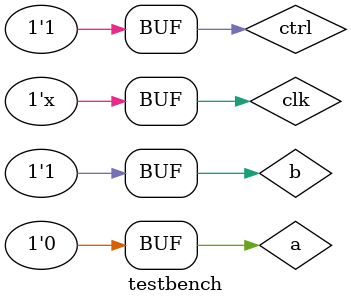
<source format=v>
`timescale 1ns / 1ps


module q1(
    input a,
    input b,
    input ctrl,
    output c
    );
    
 
    assign c = (ctrl == 1) ? (a || b) : (a && b);
    
endmodule

module q2(
    input a,
    input b,
    input ctrl,
    input clk,
    output c
    );
    
    reg sto;
    assign c = sto;
    initial begin
        sto = 0; 
    end 
    always@(posedge clk) begin
        sto <= (ctrl == 1) ? (a || b) : (a && b);
    end
    
endmodule

module q3(
    input a,
    input b,
    input ctrl,
    input clk,
    output c
    );
    
    reg sto = 0;
    assign c = sto;
    always@(posedge clk) begin
        if( ctrl == 1 && a == 1 && b == 0 && sto == 0) begin
            sto = 1;
        end else if (ctrl == 1 && a == 0 && b == 1 && sto == 1) begin 
            sto = 0;
        end 
    end
    
endmodule

module testbench;
    reg a = 0, b = 0, ctrl = 0, clk = 0;
    wire c1, c2, c3;
    
    q1 testq1(.a(a), .b(b), .ctrl(ctrl), .c(c1));
    q2 testq2(.a(a), .b(b), .ctrl(ctrl), .clk(clk), .c(c2));
    q3 testq3(.a(a), .b(b), .ctrl(ctrl), .clk(clk), .c(c3));
    
    always clk = #1 ~clk;
    
    initial begin
        #5 a=0; b=0; ctrl=1;
        #5 a=0; b=1; ctrl=0;
        #5 a=0; b=1; ctrl=1;
        #5 a=1; b=0; ctrl=0;
        #5 a=1; b=0; ctrl=1;
        #5 a=1; b=1; ctrl=0;
        #5 a=1; b=1; ctrl=1;
        #5 a=0; b=1; ctrl=1;
    end
    endmodule

</source>
